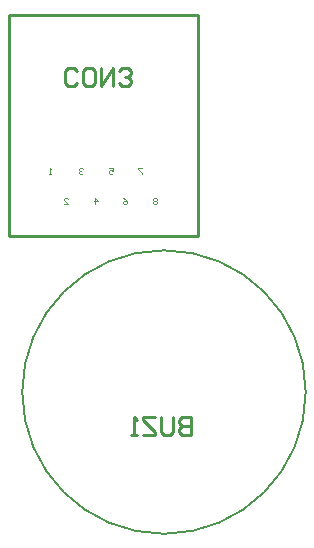
<source format=gbo>
G04 Layer_Color=32896*
%FSAX25Y25*%
%MOIN*%
G70*
G01*
G75*
%ADD42C,0.00787*%
%ADD75C,0.01000*%
%ADD76C,0.00394*%
D42*
X0423622Y0302953D02*
G03*
X0423622Y0302953I-0047244J0000000D01*
G01*
D75*
X0324724Y0428721D02*
X0387874D01*
X0324724Y0355098D02*
Y0428721D01*
X0387874Y0355098D02*
Y0428721D01*
X0324724Y0355098D02*
X0387874D01*
X0385433Y0294778D02*
Y0288779D01*
X0382434D01*
X0381434Y0289779D01*
Y0290779D01*
X0382434Y0291779D01*
X0385433D01*
X0382434D01*
X0381434Y0292778D01*
Y0293778D01*
X0382434Y0294778D01*
X0385433D01*
X0379435D02*
Y0289779D01*
X0378435Y0288779D01*
X0376436D01*
X0375436Y0289779D01*
Y0294778D01*
X0373437D02*
X0369438D01*
Y0293778D01*
X0373437Y0289779D01*
Y0288779D01*
X0369438D01*
X0367439D02*
X0365440D01*
X0366439D01*
Y0294778D01*
X0367439Y0293778D01*
X0347306Y0405828D02*
X0346306Y0404829D01*
X0344307D01*
X0343307Y0405828D01*
Y0409827D01*
X0344307Y0410827D01*
X0346306D01*
X0347306Y0409827D01*
X0352304Y0404829D02*
X0350305D01*
X0349305Y0405828D01*
Y0409827D01*
X0350305Y0410827D01*
X0352304D01*
X0353304Y0409827D01*
Y0405828D01*
X0352304Y0404829D01*
X0355303Y0410827D02*
Y0404829D01*
X0359302Y0410827D01*
Y0404829D01*
X0361301Y0405828D02*
X0362301Y0404829D01*
X0364300D01*
X0365300Y0405828D01*
Y0406828D01*
X0364300Y0407828D01*
X0363301D01*
X0364300D01*
X0365300Y0408827D01*
Y0409827D01*
X0364300Y0410827D01*
X0362301D01*
X0361301Y0409827D01*
D76*
X0338583Y0375571D02*
X0337927D01*
X0338255D01*
Y0377539D01*
X0338583Y0377211D01*
X0343176Y0365728D02*
X0344488D01*
X0343176Y0367040D01*
Y0367368D01*
X0343504Y0367696D01*
X0344160D01*
X0344488Y0367368D01*
X0353347Y0365728D02*
Y0367696D01*
X0354331Y0366712D01*
X0353019D01*
X0357940Y0377539D02*
X0359252D01*
Y0376555D01*
X0358596Y0376883D01*
X0358268D01*
X0357940Y0376555D01*
Y0375899D01*
X0358268Y0375571D01*
X0358924D01*
X0359252Y0375899D01*
X0362861Y0367696D02*
X0363517Y0367368D01*
X0364173Y0366712D01*
Y0366056D01*
X0363845Y0365728D01*
X0363189D01*
X0362861Y0366056D01*
Y0366384D01*
X0363189Y0366712D01*
X0364173D01*
X0369094Y0377539D02*
X0367783D01*
Y0377211D01*
X0369094Y0375899D01*
Y0375571D01*
X0374016Y0367368D02*
X0373688Y0367696D01*
X0373032D01*
X0372704Y0367368D01*
Y0367040D01*
X0373032Y0366712D01*
X0372704Y0366384D01*
Y0366056D01*
X0373032Y0365728D01*
X0373688D01*
X0374016Y0366056D01*
Y0366384D01*
X0373688Y0366712D01*
X0374016Y0367040D01*
Y0367368D01*
X0373688Y0366712D02*
X0373032D01*
X0349410Y0377211D02*
X0349081Y0377539D01*
X0348426D01*
X0348097Y0377211D01*
Y0376883D01*
X0348426Y0376555D01*
X0348753D01*
X0348426D01*
X0348097Y0376227D01*
Y0375899D01*
X0348426Y0375571D01*
X0349081D01*
X0349410Y0375899D01*
M02*

</source>
